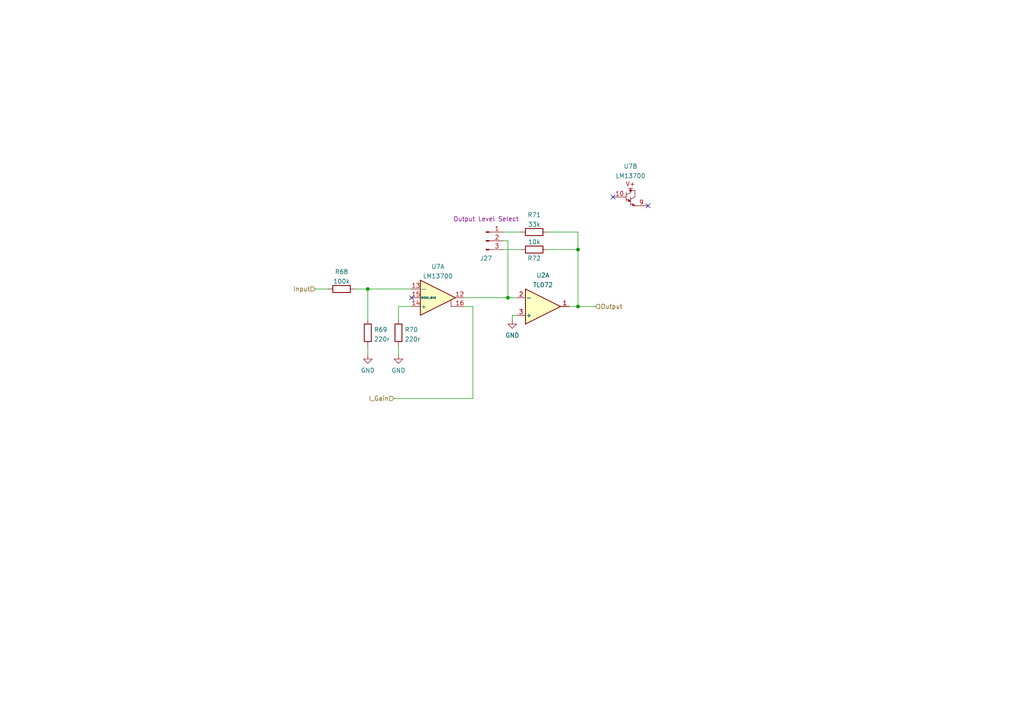
<source format=kicad_sch>
(kicad_sch (version 20211123) (generator eeschema)
  (paper "A4")
  (title_block (title "Magnum Percussion Instrument") (date "2022-06-15") (rev "r03") (comment 2 "creativecommons.org/licenses/by/4.0/") (comment 3 "License: CC BY 4.0") (comment 4 "Author: Guy John"))
  (lib_symbols
    (symbol "Amplifier_Operational:LM13700" (pin_names (offset 0.127))
      (property "Reference" "U" (at 3.81 5.08 0))
      (property "Value" "LM13700" (at 5.08 -5.08 0))
      (symbol "LM13700_1_1"
        (polyline (pts (xy 3.81 -0.635) (xy 3.81 -2.54) (xy 5.08 -2.54)))
        (polyline (pts (xy 5.08 0) (xy -5.08 -5.08) (xy -5.08 5.08) (xy 5.08 0)) (stroke (width 0.254)) (fill (type background)))
        (pin output line (at 7.62 0 180) (length 2.54) (name "~") (number "12"))
        (pin input line (at -7.62 2.54 0) (length 2.54) (name "-") (number "13"))
        (pin input line (at -7.62 -2.54 0) (length 2.54) (name "+") (number "14"))
        (pin input line (at -7.62 0 0) (length 2.54) (name "DIODE_BIAS") (number "15"))
        (pin input line (at 7.62 -2.54 180) (length 2.54) (name "~") (number "16"))
      )
      (symbol "LM13700_2_0"
        (polyline (pts (xy -1.905 2.54) (xy -3.175 2.54)))
      )
      (symbol "LM13700_2_1"
        (circle (center -2.54 1.905) (radius 0.254) (stroke (width 0.254)) (fill (type outline)))
        (polyline (pts (xy -3.81 -0.635) (xy -2.54 -1.27)))
        (polyline (pts (xy -3.81 1.27) (xy -3.81 -1.27)))
        (polyline (pts (xy -2.54 -1.905) (xy -1.27 -2.54)))
        (polyline (pts (xy -2.54 0) (xy -2.54 -2.54)))
        (polyline (pts (xy -3.81 0.635) (xy -2.54 1.27) (xy -2.54 1.905) (xy -2.54 2.54)))
        (polyline (pts (xy -2.54 -1.27) (xy -3.175 -0.635) (xy -3.175 -1.27) (xy -2.54 -1.27)) (fill (type outline)))
        (polyline (pts (xy -2.54 -0.635) (xy -1.27 0) (xy -1.27 1.905) (xy -2.54 1.905)))
        (polyline (pts (xy -1.27 -2.54) (xy -1.905 -1.905) (xy -1.905 -2.54) (xy -1.27 -2.54)) (fill (type outline)))
        (text "V+" (at -2.54 3.81 0) (effects (font (size 1.27 1.27))))
        (pin input line (at -7.62 0 0) (length 3.81) (name "~") (number "10"))
        (pin output line (at 2.54 -2.54 180) (length 3.81) (name "~") (number "9"))
      )
      (symbol "LM13700_3_1"
        (polyline (pts (xy 3.81 -0.635) (xy 3.81 -2.54) (xy 5.08 -2.54)))
        (polyline (pts (xy 5.08 0) (xy -5.08 -5.08) (xy -5.08 5.08) (xy 5.08 0)) (stroke (width 0.254)) (fill (type background)))
        (pin input line (at 7.62 -2.54 180) (length 2.54) (name "~") (number "1"))
        (pin input line (at -7.62 0 0) (length 2.54) (name "DIODE_BIAS") (number "2"))
        (pin input line (at -7.62 -2.54 0) (length 2.54) (name "+") (number "3"))
        (pin input line (at -7.62 2.54 0) (length 2.54) (name "-") (number "4"))
        (pin output line (at 7.62 0 180) (length 2.54) (name "~") (number "5"))
      )
      (symbol "LM13700_4_0"
        (polyline (pts (xy -3.175 2.54) (xy -1.905 2.54)))
        (text "V+" (at -2.54 3.81 0) (effects (font (size 1.27 1.27))))
      )
      (symbol "LM13700_4_1"
        (circle (center -2.54 1.905) (radius 0.254) (stroke (width 0.254)) (fill (type outline)))
        (polyline (pts (xy -3.81 -0.635) (xy -2.54 -1.27)))
        (polyline (pts (xy -3.81 1.27) (xy -3.81 -1.27)))
        (polyline (pts (xy -2.54 -1.905) (xy -1.27 -2.54)))
        (polyline (pts (xy -2.54 0) (xy -2.54 -2.54)))
        (polyline (pts (xy -3.81 0.635) (xy -2.54 1.27) (xy -2.54 2.54)))
        (polyline (pts (xy -2.54 -1.27) (xy -3.175 -0.635) (xy -3.175 -1.27) (xy -2.54 -1.27)) (fill (type outline)))
        (polyline (pts (xy -2.54 -0.635) (xy -1.27 0) (xy -1.27 1.905) (xy -2.54 1.905)))
        (polyline (pts (xy -1.27 -2.54) (xy -1.905 -1.905) (xy -1.905 -2.54) (xy -1.27 -2.54)) (fill (type outline)))
        (pin input line (at -7.62 0 0) (length 3.81) (name "~") (number "7"))
        (pin output line (at 2.54 -2.54 180) (length 3.81) (name "~") (number "8"))
      )
      (symbol "LM13700_5_1"
        (pin power_in line (at -2.54 7.62 270) (length 3.81) (name "V+") (number "11"))
        (pin power_in line (at -2.54 -7.62 90) (length 3.81) (name "V-") (number "6"))
      )
    )
    (symbol "Amplifier_Operational:TL072" (pin_names (offset 0.127))
      (property "Reference" "U" (at 0 5.08 0))
      (property "Value" "TL072" (at 0 -5.08 0))
      (symbol "TL072_1_1"
        (polyline (pts (xy -5.08 5.08) (xy 5.08 0) (xy -5.08 -5.08) (xy -5.08 5.08)) (stroke (width 0.254)) (fill (type background)))
        (pin output line (at 7.62 0 180) (length 2.54) (name "~") (number "1"))
        (pin input line (at -7.62 -2.54 0) (length 2.54) (name "-") (number "2"))
        (pin input line (at -7.62 2.54 0) (length 2.54) (name "+") (number "3"))
      )
      (symbol "TL072_2_1"
        (polyline (pts (xy -5.08 5.08) (xy 5.08 0) (xy -5.08 -5.08) (xy -5.08 5.08)) (stroke (width 0.254)) (fill (type background)))
        (pin input line (at -7.62 2.54 0) (length 2.54) (name "+") (number "5"))
        (pin input line (at -7.62 -2.54 0) (length 2.54) (name "-") (number "6"))
        (pin output line (at 7.62 0 180) (length 2.54) (name "~") (number "7"))
      )
      (symbol "TL072_3_1"
        (pin power_in line (at -2.54 -7.62 90) (length 3.81) (name "V-") (number "4"))
        (pin power_in line (at -2.54 7.62 270) (length 3.81) (name "V+") (number "8"))
      )
    )
    (symbol "Connector:Conn_01x03_Male" (pin_names (offset 1.016) hide)
      (property "Reference" "J" (at 0 5.08 0))
      (property "Value" "Conn_01x03_Male" (at 0 -5.08 0))
      (symbol "Conn_01x03_Male_1_1"
        (polyline (pts (xy 1.27 -2.54) (xy 0.8636 -2.54)) (stroke (width 0.1524)))
        (polyline (pts (xy 1.27 0) (xy 0.8636 0)) (stroke (width 0.1524)))
        (polyline (pts (xy 1.27 2.54) (xy 0.8636 2.54)) (stroke (width 0.1524)))
        (rectangle (start 0.8636 -2.413) (end 0 -2.667) (stroke (width 0.1524)) (fill (type outline)))
        (rectangle (start 0.8636 0.127) (end 0 -0.127) (stroke (width 0.1524)) (fill (type outline)))
        (rectangle (start 0.8636 2.667) (end 0 2.413) (stroke (width 0.1524)) (fill (type outline)))
        (pin passive line (at 5.08 2.54 180) (length 3.81) (name "Pin_1") (number "1"))
        (pin passive line (at 5.08 0 180) (length 3.81) (name "Pin_2") (number "2"))
        (pin passive line (at 5.08 -2.54 180) (length 3.81) (name "Pin_3") (number "3"))
      )
    )
    (symbol "Device:R" (pin_numbers hide) (pin_names (offset 0))
      (property "Reference" "R" (at 2.032 0 90))
      (property "Value" "R" (at 0 0 90))
      (symbol "R_0_1"
        (rectangle (start -1.016 -2.54) (end 1.016 2.54) (stroke (width 0.254)))
      )
      (symbol "R_1_1"
        (pin passive line (at 0 3.81 270) (length 1.27) (name "~") (number "1"))
        (pin passive line (at 0 -3.81 90) (length 1.27) (name "~") (number "2"))
      )
    )
    (symbol "power:GND" (power) (pin_names (offset 0))
      (property "Value" "GND" (at 0 -3.81 0))
      (symbol "GND_0_1"
        (polyline (pts (xy 0 0) (xy 0 -1.27) (xy 1.27 -1.27) (xy 0 -2.54) (xy -1.27 -1.27) (xy 0 -1.27)))
      )
      (symbol "GND_1_1"
        (pin power_in line (at 0 0 270) (length 0) hide (name "GND") (number "1"))
      )
    )
  )
  (junction (at 167.64 72.39))
  (junction (at 167.64 88.9))
  (junction (at 147.32 86.36))
  (junction (at 106.68 83.82))
  (no_connect (at 119.38 86.36))
  (no_connect (at 177.8 57.15))
  (no_connect (at 187.96 59.69))
  (wire (pts (xy 137.16 115.57) (xy 114.3 115.57)))
  (wire (pts (xy 134.62 86.36) (xy 147.32 86.36)))
  (wire (pts (xy 167.64 88.9) (xy 172.72 88.9)))
  (wire (pts (xy 167.64 67.31) (xy 158.75 67.31)))
  (wire (pts (xy 115.57 88.9) (xy 115.57 92.71)))
  (wire (pts (xy 149.86 91.44) (xy 148.59 91.44)))
  (wire (pts (xy 167.64 67.31) (xy 167.64 72.39)))
  (wire (pts (xy 147.32 69.85) (xy 146.05 69.85)))
  (wire (pts (xy 148.59 91.44) (xy 148.59 92.71)))
  (wire (pts (xy 137.16 88.9) (xy 134.62 88.9)))
  (wire (pts (xy 147.32 86.36) (xy 149.86 86.36)))
  (wire (pts (xy 146.05 67.31) (xy 151.13 67.31)))
  (wire (pts (xy 91.44 83.82) (xy 95.25 83.82)))
  (wire (pts (xy 119.38 88.9) (xy 115.57 88.9)))
  (wire (pts (xy 106.68 92.71) (xy 106.68 83.82)))
  (wire (pts (xy 106.68 100.33) (xy 106.68 102.87)))
  (wire (pts (xy 158.75 72.39) (xy 167.64 72.39)))
  (wire (pts (xy 167.64 72.39) (xy 167.64 88.9)))
  (wire (pts (xy 137.16 88.9) (xy 137.16 115.57)))
  (wire (pts (xy 146.05 72.39) (xy 151.13 72.39)))
  (wire (pts (xy 115.57 100.33) (xy 115.57 102.87)))
  (wire (pts (xy 102.87 83.82) (xy 106.68 83.82)))
  (wire (pts (xy 106.68 83.82) (xy 119.38 83.82)))
  (wire (pts (xy 147.32 69.85) (xy 147.32 86.36)))
  (wire (pts (xy 165.1 88.9) (xy 167.64 88.9)))
  (hierarchical_label "Output" (shape input) (at 172.72 88.9 0))
  (hierarchical_label "Input" (shape input) (at 91.44 83.82 180))
  (hierarchical_label "I_Gain" (shape input) (at 114.3 115.57 180))
  (symbol (lib_id "Device:R") (at 154.94 67.31 90) (unit 1)
    (property "Reference" "R71" (at 154.94 62.3275 90))
    (property "Value" "33k" (at 154.94 65.1026 90))
    (property "Footprint" "rumblesan-standard-parts:R_Axial_DIN0207_L6.3mm_D2.5mm_P10.16mm_Horizontal" (effects hide))
  )
  (symbol (lib_id "Amplifier_Operational:LM13700") (at 127 86.36 0) (unit 1)
    (property "Reference" "U7" (at 127 77.3135 0))
    (property "Value" "LM13700" (at 127 80.0886 0))
    (property "Footprint" "rumblesan-standard-parts:DIP-16_W7.62mm_Socket" (effects hide))
    (property "Datasheet" "http://www.ti.com/lit/ds/symlink/lm13700.pdf" (effects hide))
  )
  (symbol (lib_id "Connector:Conn_01x03_Male") (at 140.97 69.85 0) (unit 1)
    (property "Reference" "J27" (at 140.97 74.93 0))
    (property "Value" "Conn_01x03_Male" (effects hide))
    (property "Footprint" "Connector_PinHeader_2.54mm:PinHeader_1x03_P2.54mm_Vertical" (effects hide))
    (property "Name" "Output Level Select" (at 140.97 63.5 0))
  )
  (symbol (lib_id "Device:R") (at 154.94 72.39 90) (unit 1)
    (property "Reference" "R72" (at 154.94 74.93 90))
    (property "Value" "10k" (at 154.94 70.1826 90))
    (property "Footprint" "rumblesan-standard-parts:R_Axial_DIN0207_L6.3mm_D2.5mm_P10.16mm_Horizontal" (effects hide))
  )
  (symbol (lib_id "Amplifier_Operational:TL072") (at 157.48 88.9 0) (mirror x) (unit 1)
    (property "Reference" "U2" (at 157.48 79.8535 0))
    (property "Value" "TL072" (at 157.48 82.6286 0))
    (property "Footprint" "rumblesan-standard-parts:DIP-8_W7.62mm_Socket" (effects hide))
    (property "Datasheet" "http://www.ti.com/lit/ds/symlink/tl071.pdf" (effects hide))
  )
  (symbol (lib_id "power:GND") (at 115.57 102.87 0) (unit 1)
    (property "Reference" "#PWR085" (effects hide))
    (property "Value" "GND" (at 115.57 107.4325 0))
  )
  (symbol (lib_id "Device:R") (at 99.06 83.82 90) (unit 1)
    (property "Reference" "R68" (at 99.06 78.8375 90))
    (property "Value" "100k" (at 99.06 81.6126 90))
    (property "Footprint" "rumblesan-standard-parts:R_Axial_DIN0207_L6.3mm_D2.5mm_P10.16mm_Horizontal" (effects hide))
  )
  (symbol (lib_id "Device:R") (at 106.68 96.52 0) (unit 1)
    (property "Reference" "R69" (at 108.458 95.6115 0) (effects (justify left)))
    (property "Value" "220r" (at 108.458 98.3866 0) (effects (justify left)))
    (property "Footprint" "rumblesan-standard-parts:R_Axial_DIN0207_L6.3mm_D2.5mm_P10.16mm_Horizontal" (effects hide))
  )
  (symbol (lib_id "power:GND") (at 148.59 92.71 0) (unit 1)
    (property "Reference" "#PWR086" (effects hide))
    (property "Value" "GND" (at 148.59 97.2725 0))
  )
  (symbol (lib_id "Device:R") (at 115.57 96.52 0) (unit 1)
    (property "Reference" "R70" (at 117.348 95.6115 0) (effects (justify left)))
    (property "Value" "220r" (at 117.348 98.3866 0) (effects (justify left)))
    (property "Footprint" "rumblesan-standard-parts:R_Axial_DIN0207_L6.3mm_D2.5mm_P10.16mm_Horizontal" (effects hide))
  )
  (symbol (lib_id "Amplifier_Operational:LM13700") (at 185.42 57.15 0) (unit 2)
    (property "Reference" "U7" (at 182.88 48.2399 0))
    (property "Value" "LM13700" (at 182.88 51.015 0))
    (property "Footprint" "rumblesan-standard-parts:DIP-16_W7.62mm_Socket" (effects hide))
    (property "Datasheet" "http://www.ti.com/lit/ds/symlink/lm13700.pdf" (effects hide))
  )
  (symbol (lib_id "power:GND") (at 106.68 102.87 0) (unit 1)
    (property "Reference" "#PWR084" (effects hide))
    (property "Value" "GND" (at 106.68 107.4325 0))
  )
)
</source>
